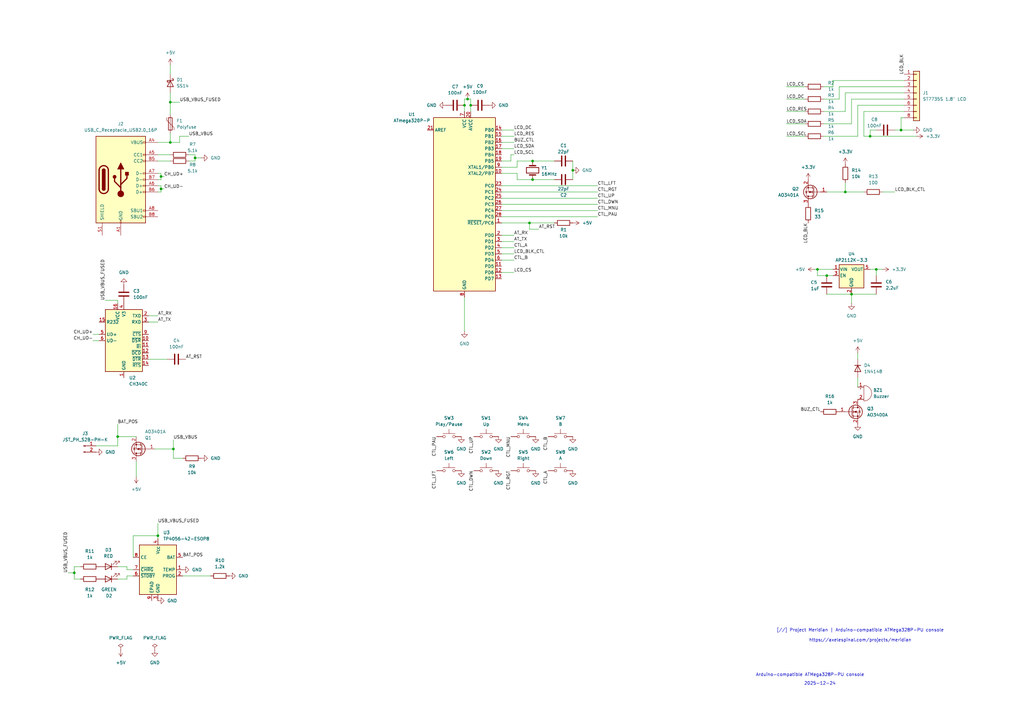
<source format=kicad_sch>
(kicad_sch (version 20250114) (generator "eeschema") (generator_version "9.0")
  (paper "A3")
  (lib_symbols
    (symbol "Battery_Management:TP4056-42-ESOP8"
      (property "Reference" "U" (at -6.604 11.684 0))
      (property "Value" "TP4056-42-ESOP8" (at 10.16 11.684 0))
      (symbol "TP4056-42-ESOP8_1_0"
        (pin input line (at -10.16 5.08 0) (length 2.54) (name "CE") (number "8"))
        (pin open_collector line (at -10.16 0 0) (length 2.54) (name "~{CHRG}") (number "7"))
        (pin open_collector line (at -10.16 -2.54 0) (length 2.54) (name "~{STDBY}") (number "6"))
        (pin passive line (at -2.54 -12.7 90) (length 2.54) (name "EPAD") (number "9"))
        (pin power_in line (at 0 12.7 270) (length 2.54) (name "V_{CC}") (number "4"))
        (pin power_in line (at 0 -12.7 90) (length 2.54) (name "GND") (number "3"))
        (pin power_out line (at 10.16 5.08 180) (length 2.54) (name "BAT") (number "5"))
        (pin input line (at 10.16 0 180) (length 2.54) (name "TEMP") (number "1"))
        (pin passive line (at 10.16 -2.54 180) (length 2.54) (name "PROG") (number "2"))
      )
    )
    (symbol "Connector:Conn_01x02_Pin" (pin_names (offset 1.016) (hide yes))
      (property "Reference" "J" (at 0 2.54 0))
      (property "Value" "Conn_01x02_Pin" (at 0 -5.08 0))
      (symbol "Conn_01x02_Pin_1_1"
        (pin passive line (at 5.08 0 180) (length 3.81) (name "Pin_1") (number "1"))
        (pin passive line (at 5.08 -2.54 180) (length 3.81) (name "Pin_2") (number "2"))
      )
    )
    (symbol "Connector:USB_C_Receptacle_USB2.0_16P" (pin_names (offset 1.016))
      (property "Reference" "J" (at 0 22.225 0))
      (property "Value" "USB_C_Receptacle_USB2.0_16P" (at 0 19.685 0))
      (symbol "USB_C_Receptacle_USB2.0_16P_1_1"
        (pin passive line (at -7.62 -22.86 90) (length 5.08) (name "SHIELD") (number "S1"))
        (pin passive line (at 0 -22.86 90) (length 5.08) (name "GND") (number "A1"))
        (pin passive line (at 0 -22.86 90) (length 5.08) (hide yes) (name "GND") (number "A12"))
        (pin passive line (at 0 -22.86 90) (length 5.08) (hide yes) (name "GND") (number "B1"))
        (pin passive line (at 0 -22.86 90) (length 5.08) (hide yes) (name "GND") (number "B12"))
        (pin passive line (at 15.24 15.24 180) (length 5.08) (name "VBUS") (number "A4"))
        (pin passive line (at 15.24 15.24 180) (length 5.08) (hide yes) (name "VBUS") (number "A9"))
        (pin passive line (at 15.24 15.24 180) (length 5.08) (hide yes) (name "VBUS") (number "B4"))
        (pin passive line (at 15.24 15.24 180) (length 5.08) (hide yes) (name "VBUS") (number "B9"))
        (pin bidirectional line (at 15.24 10.16 180) (length 5.08) (name "CC1") (number "A5"))
        (pin bidirectional line (at 15.24 7.62 180) (length 5.08) (name "CC2") (number "B5"))
        (pin bidirectional line (at 15.24 2.54 180) (length 5.08) (name "D-") (number "A7"))
        (pin bidirectional line (at 15.24 0 180) (length 5.08) (name "D-") (number "B7"))
        (pin bidirectional line (at 15.24 -2.54 180) (length 5.08) (name "D+") (number "A6"))
        (pin bidirectional line (at 15.24 -5.08 180) (length 5.08) (name "D+") (number "B6"))
        (pin bidirectional line (at 15.24 -12.7 180) (length 5.08) (name "SBU1") (number "A8"))
        (pin bidirectional line (at 15.24 -15.24 180) (length 5.08) (name "SBU2") (number "B8"))
      )
    )
    (symbol "Connector_Generic:Conn_01x08" (pin_names (offset 1.016) (hide yes))
      (property "Reference" "J" (at 0 10.16 0))
      (property "Value" "Conn_01x08" (at 0 -12.7 0))
      (symbol "Conn_01x08_1_1"
        (pin passive line (at -5.08 7.62 0) (length 3.81) (name "Pin_1") (number "1"))
        (pin passive line (at -5.08 5.08 0) (length 3.81) (name "Pin_2") (number "2"))
        (pin passive line (at -5.08 2.54 0) (length 3.81) (name "Pin_3") (number "3"))
        (pin passive line (at -5.08 0 0) (length 3.81) (name "Pin_4") (number "4"))
        (pin passive line (at -5.08 -2.54 0) (length 3.81) (name "Pin_5") (number "5"))
        (pin passive line (at -5.08 -5.08 0) (length 3.81) (name "Pin_6") (number "6"))
        (pin passive line (at -5.08 -7.62 0) (length 3.81) (name "Pin_7") (number "7"))
        (pin passive line (at -5.08 -10.16 0) (length 3.81) (name "Pin_8") (number "8"))
      )
    )
    (symbol "Device:Buzzer" (pin_names (offset 0.0254) (hide yes))
      (property "Reference" "BZ" (at 3.81 1.27 0))
      (property "Value" "Buzzer" (at 3.81 -1.27 0))
      (symbol "Buzzer_1_1"
        (pin passive line (at -2.54 2.54 0) (length 2.54) (name "+") (number "1"))
        (pin passive line (at -2.54 -2.54 0) (length 2.54) (name "-") (number "2"))
      )
    )
    (symbol "Device:C" (pin_numbers (hide yes)) (pin_names (offset 0.254))
      (property "Reference" "C" (at 0.635 2.54 0))
      (property "Value" "C" (at 0.635 -2.54 0))
      (symbol "C_1_1"
        (pin passive line (at 0 3.81 270) (length 2.794) (name "~") (number "1"))
        (pin passive line (at 0 -3.81 90) (length 2.794) (name "~") (number "2"))
      )
    )
    (symbol "Device:Crystal" (pin_numbers (hide yes)) (pin_names (offset 1.016) (hide yes))
      (property "Reference" "Y" (at 0 3.81 0))
      (property "Value" "Crystal" (at 0 -3.81 0))
      (symbol "Crystal_1_1"
        (pin passive line (at -3.81 0 0) (length 1.27) (name "1") (number "1"))
        (pin passive line (at 3.81 0 180) (length 1.27) (name "2") (number "2"))
      )
    )
    (symbol "Device:LED" (pin_numbers (hide yes)) (pin_names (offset 1.016) (hide yes))
      (property "Reference" "D" (at 0 2.54 0))
      (property "Value" "LED" (at 0 -2.54 0))
      (symbol "LED_1_1"
        (pin passive line (at -3.81 0 0) (length 2.54) (name "K") (number "1"))
        (pin passive line (at 3.81 0 180) (length 2.54) (name "A") (number "2"))
      )
    )
    (symbol "Device:Polyfuse" (pin_numbers (hide yes)) (pin_names (offset 0))
      (property "Reference" "F" (at -2.54 0 90))
      (property "Value" "Polyfuse" (at 2.54 0 90))
      (symbol "Polyfuse_1_1"
        (pin passive line (at 0 3.81 270) (length 1.27) (name "~") (number "1"))
        (pin passive line (at 0 -3.81 90) (length 1.27) (name "~") (number "2"))
      )
    )
    (symbol "Device:R" (pin_numbers (hide yes)) (pin_names (offset 0))
      (property "Reference" "R" (at 2.032 0 90))
      (property "Value" "R" (at 0 0 90))
      (symbol "R_1_1"
        (pin passive line (at 0 3.81 270) (length 1.27) (name "~") (number "1"))
        (pin passive line (at 0 -3.81 90) (length 1.27) (name "~") (number "2"))
      )
    )
    (symbol "Diode:1N4148" (pin_numbers (hide yes)) (pin_names (hide yes))
      (property "Reference" "D" (at 0 2.54 0))
      (property "Value" "1N4148" (at 0 -2.54 0))
      (symbol "1N4148_1_1"
        (pin passive line (at -3.81 0 0) (length 2.54) (name "K") (number "1"))
        (pin passive line (at 3.81 0 180) (length 2.54) (name "A") (number "2"))
      )
    )
    (symbol "Diode:SS14" (pin_numbers (hide yes)) (pin_names (offset 1.016) (hide yes))
      (property "Reference" "D" (at 0 2.54 0))
      (property "Value" "SS14" (at 0 -2.54 0))
      (symbol "SS14_1_1"
        (pin passive line (at -3.81 0 0) (length 2.54) (name "K") (number "1"))
        (pin passive line (at 3.81 0 180) (length 2.54) (name "A") (number "2"))
      )
    )
    (symbol "Interface_USB:CH340C"
      (property "Reference" "U" (at -5.08 13.97 0))
      (property "Value" "CH340C" (at 1.27 13.97 0))
      (symbol "CH340C_1_1"
        (pin input line (at -10.16 7.62 0) (length 2.54) (name "R232") (number "15"))
        (pin bidirectional line (at -10.16 2.54 0) (length 2.54) (name "UD+") (number "5"))
        (pin bidirectional line (at -10.16 0 0) (length 2.54) (name "UD-") (number "6"))
        (pin no_connect line (at -7.62 -5.08 0) (length 2.54) (hide yes) (name "NC") (number "7"))
        (pin no_connect line (at -7.62 -7.62 0) (length 2.54) (hide yes) (name "NC") (number "8"))
        (pin power_in line (at -2.54 15.24 270) (length 2.54) (name "VCC") (number "16"))
        (pin power_out line (at 0 15.24 270) (length 2.54) (name "V3") (number "4"))
        (pin power_in line (at 0 -15.24 90) (length 2.54) (name "GND") (number "1"))
        (pin output line (at 10.16 10.16 180) (length 2.54) (name "TXD") (number "2"))
        (pin input line (at 10.16 7.62 180) (length 2.54) (name "RXD") (number "3"))
        (pin input line (at 10.16 2.54 180) (length 2.54) (name "~{CTS}") (number "9"))
        (pin input line (at 10.16 0 180) (length 2.54) (name "~{DSR}") (number "10"))
        (pin input line (at 10.16 -2.54 180) (length 2.54) (name "~{RI}") (number "11"))
        (pin input line (at 10.16 -5.08 180) (length 2.54) (name "~{DCD}") (number "12"))
        (pin output line (at 10.16 -7.62 180) (length 2.54) (name "~{DTR}") (number "13"))
        (pin output line (at 10.16 -10.16 180) (length 2.54) (name "~{RTS}") (number "14"))
      )
    )
    (symbol "MCU_Microchip_ATmega:ATmega328P-P"
      (property "Reference" "U" (at -12.7 36.83 0))
      (property "Value" "ATmega328P-P" (at 2.54 -36.83 0))
      (symbol "ATmega328P-P_1_1"
        (pin passive line (at -15.24 30.48 0) (length 2.54) (name "AREF") (number "21"))
        (pin power_in line (at 0 38.1 270) (length 2.54) (name "VCC") (number "7"))
        (pin passive line (at 0 -38.1 90) (length 2.54) (hide yes) (name "GND") (number "22"))
        (pin power_in line (at 0 -38.1 90) (length 2.54) (name "GND") (number "8"))
        (pin power_in line (at 2.54 38.1 270) (length 2.54) (name "AVCC") (number "20"))
        (pin bidirectional line (at 15.24 30.48 180) (length 2.54) (name "PB0") (number "14"))
        (pin bidirectional line (at 15.24 27.94 180) (length 2.54) (name "PB1") (number "15"))
        (pin bidirectional line (at 15.24 25.4 180) (length 2.54) (name "PB2") (number "16"))
        (pin bidirectional line (at 15.24 22.86 180) (length 2.54) (name "PB3") (number "17"))
        (pin bidirectional line (at 15.24 20.32 180) (length 2.54) (name "PB4") (number "18"))
        (pin bidirectional line (at 15.24 17.78 180) (length 2.54) (name "PB5") (number "19"))
        (pin bidirectional line (at 15.24 15.24 180) (length 2.54) (name "XTAL1/PB6") (number "9"))
        (pin bidirectional line (at 15.24 12.7 180) (length 2.54) (name "XTAL2/PB7") (number "10"))
        (pin bidirectional line (at 15.24 7.62 180) (length 2.54) (name "PC0") (number "23"))
        (pin bidirectional line (at 15.24 5.08 180) (length 2.54) (name "PC1") (number "24"))
        (pin bidirectional line (at 15.24 2.54 180) (length 2.54) (name "PC2") (number "25"))
        (pin bidirectional line (at 15.24 0 180) (length 2.54) (name "PC3") (number "26"))
        (pin bidirectional line (at 15.24 -2.54 180) (length 2.54) (name "PC4") (number "27"))
        (pin bidirectional line (at 15.24 -5.08 180) (length 2.54) (name "PC5") (number "28"))
        (pin bidirectional line (at 15.24 -7.62 180) (length 2.54) (name "~{RESET}/PC6") (number "1"))
        (pin bidirectional line (at 15.24 -12.7 180) (length 2.54) (name "PD0") (number "2"))
        (pin bidirectional line (at 15.24 -15.24 180) (length 2.54) (name "PD1") (number "3"))
        (pin bidirectional line (at 15.24 -17.78 180) (length 2.54) (name "PD2") (number "4"))
        (pin bidirectional line (at 15.24 -20.32 180) (length 2.54) (name "PD3") (number "5"))
        (pin bidirectional line (at 15.24 -22.86 180) (length 2.54) (name "PD4") (number "6"))
        (pin bidirectional line (at 15.24 -25.4 180) (length 2.54) (name "PD5") (number "11"))
        (pin bidirectional line (at 15.24 -27.94 180) (length 2.54) (name "PD6") (number "12"))
        (pin bidirectional line (at 15.24 -30.48 180) (length 2.54) (name "PD7") (number "13"))
      )
    )
    (symbol "Regulator_Linear:AP2112K-3.3" (pin_names (offset 0.254))
      (property "Reference" "U" (at -5.08 5.715 0))
      (property "Value" "AP2112K-3.3" (at 0 5.715 0))
      (symbol "AP2112K-3.3_1_1"
        (pin power_in line (at -7.62 2.54 0) (length 2.54) (name "VIN") (number "1"))
        (pin input line (at -7.62 0 0) (length 2.54) (name "EN") (number "3"))
        (pin power_in line (at 0 -7.62 90) (length 2.54) (name "GND") (number "2"))
        (pin no_connect line (at 5.08 0 180) (length 2.54) (hide yes) (name "NC") (number "4"))
        (pin power_out line (at 7.62 2.54 180) (length 2.54) (name "VOUT") (number "5"))
      )
    )
    (symbol "Switch:SW_Push" (pin_numbers (hide yes)) (pin_names (offset 1.016) (hide yes))
      (property "Reference" "SW" (at 1.27 2.54 0))
      (property "Value" "SW_Push" (at 0 -1.524 0))
      (symbol "SW_Push_0_1"
        (pin passive line (at -5.08 0 0) (length 2.54) (name "1") (number "1"))
        (pin passive line (at 5.08 0 180) (length 2.54) (name "2") (number "2"))
      )
    )
    (symbol "Transistor_FET:AO3400A" (pin_names (offset 0) (hide yes))
      (property "Reference" "Q" (at 5.08 1.905 0))
      (property "Value" "AO3400A" (at 5.08 0 0))
      (symbol "AO3400A_1_1"
        (pin input line (at -5.08 0 0) (length 2.54) (name "G") (number "1"))
        (pin passive line (at 2.54 5.08 270) (length 2.54) (name "D") (number "3"))
        (pin passive line (at 2.54 -5.08 90) (length 2.54) (name "S") (number "2"))
      )
    )
    (symbol "Transistor_FET:AO3401A" (pin_names (hide yes))
      (property "Reference" "Q" (at 5.08 1.905 0))
      (property "Value" "AO3401A" (at 5.08 0 0))
      (symbol "AO3401A_1_1"
        (pin input line (at -5.08 0 0) (length 2.54) (name "G") (number "1"))
        (pin passive line (at 2.54 5.08 270) (length 2.54) (name "D") (number "3"))
        (pin passive line (at 2.54 -5.08 90) (length 2.54) (name "S") (number "2"))
      )
    )
    (symbol "power:+3.3V" (power) (pin_numbers (hide yes)) (pin_names (offset 0) (hide yes))
      (property "Value" "+3.3V" (at 0 3.556 0))
      (symbol "+3.3V_1_1"
        (pin power_in line (at 0 0 90) (length 0) (name "~") (number "1"))
      )
    )
    (symbol "power:+5V" (power) (pin_numbers (hide yes)) (pin_names (offset 0) (hide yes))
      (property "Value" "+5V" (at 0 3.556 0))
      (symbol "+5V_1_1"
        (pin power_in line (at 0 0 90) (length 0) (name "~") (number "1"))
      )
    )
    (symbol "power:GND" (power) (pin_numbers (hide yes)) (pin_names (offset 0) (hide yes))
      (property "Value" "GND" (at 0 -3.81 0))
      (symbol "GND_1_1"
        (pin power_in line (at 0 0 270) (length 0) (name "~") (number "1"))
      )
    )
    (symbol "power:PWR_FLAG" (power) (pin_numbers (hide yes)) (pin_names (offset 0) (hide yes))
      (property "Value" "PWR_FLAG" (at 0 3.81 0))
      (symbol "PWR_FLAG_0_0"
        (pin power_out line (at 0 0 90) (length 0) (name "~") (number "1"))
      )
    )
  )
  (text "Arduino-compatible ATMega328P-PU console" (at 332.232 276.86 0) (effects (font (size 1.27 1.27))))
  (text "[//] Project Meridian | Arduino-compatible ATMega328P-PU console\n \nhttps://axelespinal.com/projects/meridian" (at 352.806 260.604 0) (effects (font (size 1.27 1.27))))
  (text "2025-12-24" (at 336.296 280.416 0) (effects (font (size 1.27 1.27))))
  (junction (at 369.57 53.34))
  (junction (at 69.85 41.91))
  (junction (at 80.01 64.77))
  (junction (at 218.44 66.04))
  (junction (at 69.85 58.42))
  (junction (at 359.41 110.49))
  (junction (at 339.09 113.03))
  (junction (at 356.87 55.88))
  (junction (at 349.25 120.65))
  (junction (at 71.12 184.15))
  (junction (at 30.48 234.95))
  (junction (at 218.44 73.66))
  (junction (at 48.26 179.07))
  (junction (at 64.77 219.71))
  (junction (at 346.71 78.74))
  (junction (at 66.04 72.39))
  (junction (at 193.04 43.18))
  (junction (at 191.77 40.64))
  (junction (at 234.95 69.85))
  (junction (at 335.28 110.49))
  (junction (at 66.04 77.47))
  (junction (at 190.5 43.18))
  (junction (at 217.17 91.44))
  (wire (pts (xy 73.66 58.42) (xy 73.66 55.88)))
  (wire (pts (xy 48.26 173.99) (xy 48.26 179.07)))
  (wire (pts (xy 205.74 55.88) (xy 210.82 55.88)))
  (wire (pts (xy 205.74 78.74) (xy 245.11 78.74)))
  (wire (pts (xy 349.25 120.65) (xy 349.25 124.46)))
  (wire (pts (xy 77.47 66.04) (xy 80.01 66.04)))
  (wire (pts (xy 66.04 78.74) (xy 64.77 78.74)))
  (wire (pts (xy 205.74 106.68) (xy 210.82 106.68)))
  (wire (pts (xy 234.95 66.04) (xy 234.95 69.85)))
  (wire (pts (xy 212.09 71.12) (xy 212.09 73.66)))
  (wire (pts (xy 346.71 45.72) (xy 346.71 38.1)))
  (wire (pts (xy 205.74 58.42) (xy 210.82 58.42)))
  (wire (pts (xy 351.79 55.88) (xy 351.79 43.18)))
  (wire (pts (xy 66.04 77.47) (xy 66.04 78.74)))
  (wire (pts (xy 66.04 76.2) (xy 66.04 77.47)))
  (wire (pts (xy 64.77 71.12) (xy 66.04 71.12)))
  (wire (pts (xy 356.87 55.88) (xy 356.87 53.34)))
  (wire (pts (xy 374.65 53.34) (xy 369.57 53.34)))
  (wire (pts (xy 80.01 64.77) (xy 80.01 66.04)))
  (wire (pts (xy 74.93 236.22) (xy 86.36 236.22)))
  (wire (pts (xy 212.09 68.58) (xy 212.09 66.04)))
  (wire (pts (xy 205.74 66.04) (xy 209.55 66.04)))
  (wire (pts (xy 48.26 237.49) (xy 52.07 237.49)))
  (wire (pts (xy 346.71 38.1) (xy 370.84 38.1)))
  (wire (pts (xy 64.77 66.04) (xy 69.85 66.04)))
  (wire (pts (xy 218.44 73.66) (xy 227.33 73.66)))
  (wire (pts (xy 71.12 187.96) (xy 74.93 187.96)))
  (wire (pts (xy 354.33 45.72) (xy 370.84 45.72)))
  (wire (pts (xy 69.85 41.91) (xy 73.66 41.91)))
  (wire (pts (xy 351.79 43.18) (xy 370.84 43.18)))
  (wire (pts (xy 322.58 35.56) (xy 330.2 35.56)))
  (wire (pts (xy 337.82 35.56) (xy 341.63 35.56)))
  (wire (pts (xy 48.26 179.07) (xy 55.88 179.07)))
  (wire (pts (xy 60.96 132.08) (xy 64.77 132.08)))
  (wire (pts (xy 52.07 232.41) (xy 52.07 233.68)))
  (wire (pts (xy 64.77 58.42) (xy 69.85 58.42)))
  (wire (pts (xy 77.47 63.5) (xy 80.01 63.5)))
  (wire (pts (xy 69.85 26.67) (xy 69.85 30.48)))
  (wire (pts (xy 354.33 55.88) (xy 354.33 45.72)))
  (wire (pts (xy 361.95 110.49) (xy 359.41 110.49)))
  (wire (pts (xy 349.25 40.64) (xy 370.84 40.64)))
  (wire (pts (xy 344.17 35.56) (xy 370.84 35.56)))
  (wire (pts (xy 30.48 237.49) (xy 33.02 237.49)))
  (wire (pts (xy 351.79 154.94) (xy 351.79 158.75)))
  (wire (pts (xy 346.71 74.93) (xy 346.71 78.74)))
  (wire (pts (xy 80.01 63.5) (xy 80.01 64.77)))
  (wire (pts (xy 369.57 53.34) (xy 367.03 53.34)))
  (wire (pts (xy 322.58 50.8) (xy 330.2 50.8)))
  (wire (pts (xy 337.82 45.72) (xy 346.71 45.72)))
  (wire (pts (xy 359.41 110.49) (xy 356.87 110.49)))
  (wire (pts (xy 205.74 104.14) (xy 210.82 104.14)))
  (wire (pts (xy 322.58 40.64) (xy 330.2 40.64)))
  (wire (pts (xy 52.07 233.68) (xy 54.61 233.68)))
  (wire (pts (xy 356.87 55.88) (xy 354.33 55.88)))
  (wire (pts (xy 64.77 214.63) (xy 64.77 219.71)))
  (wire (pts (xy 344.17 40.64) (xy 344.17 35.56)))
  (wire (pts (xy 38.1 137.16) (xy 40.64 137.16)))
  (wire (pts (xy 322.58 45.72) (xy 330.2 45.72)))
  (wire (pts (xy 210.82 96.52) (xy 205.74 96.52)))
  (wire (pts (xy 205.74 53.34) (xy 210.82 53.34)))
  (wire (pts (xy 30.48 232.41) (xy 30.48 234.95)))
  (wire (pts (xy 337.82 40.64) (xy 344.17 40.64)))
  (wire (pts (xy 33.02 232.41) (xy 30.48 232.41)))
  (wire (pts (xy 60.96 129.54) (xy 64.77 129.54)))
  (wire (pts (xy 217.17 91.44) (xy 217.17 93.98)))
  (wire (pts (xy 69.85 54.61) (xy 69.85 58.42)))
  (wire (pts (xy 69.85 41.91) (xy 69.85 46.99)))
  (wire (pts (xy 205.74 111.76) (xy 210.82 111.76)))
  (wire (pts (xy 346.71 78.74) (xy 354.33 78.74)))
  (wire (pts (xy 190.5 43.18) (xy 190.5 40.64)))
  (wire (pts (xy 205.74 60.96) (xy 210.82 60.96)))
  (wire (pts (xy 71.12 180.34) (xy 71.12 184.15)))
  (wire (pts (xy 191.77 40.64) (xy 193.04 40.64)))
  (wire (pts (xy 205.74 71.12) (xy 212.09 71.12)))
  (wire (pts (xy 209.55 66.04) (xy 209.55 63.5)))
  (wire (pts (xy 205.74 101.6) (xy 210.82 101.6)))
  (wire (pts (xy 337.82 50.8) (xy 349.25 50.8)))
  (wire (pts (xy 218.44 66.04) (xy 227.33 66.04)))
  (wire (pts (xy 52.07 236.22) (xy 54.61 236.22)))
  (wire (pts (xy 66.04 71.12) (xy 66.04 72.39)))
  (wire (pts (xy 356.87 53.34) (xy 359.41 53.34)))
  (wire (pts (xy 370.84 48.26) (xy 369.57 48.26)))
  (wire (pts (xy 30.48 234.95) (xy 30.48 237.49)))
  (wire (pts (xy 64.77 63.5) (xy 69.85 63.5)))
  (wire (pts (xy 335.28 110.49) (xy 335.28 113.03)))
  (wire (pts (xy 52.07 236.22) (xy 52.07 237.49)))
  (wire (pts (xy 64.77 219.71) (xy 64.77 220.98)))
  (wire (pts (xy 66.04 73.66) (xy 64.77 73.66)))
  (wire (pts (xy 55.88 189.23) (xy 55.88 195.58)))
  (wire (pts (xy 209.55 63.5) (xy 210.82 63.5)))
  (wire (pts (xy 217.17 91.44) (xy 227.33 91.44)))
  (wire (pts (xy 359.41 110.49) (xy 359.41 113.03)))
  (wire (pts (xy 66.04 77.47) (xy 67.31 77.47)))
  (wire (pts (xy 337.82 55.88) (xy 351.79 55.88)))
  (wire (pts (xy 66.04 72.39) (xy 66.04 73.66)))
  (wire (pts (xy 73.66 55.88) (xy 77.47 55.88)))
  (wire (pts (xy 190.5 40.64) (xy 191.77 40.64)))
  (wire (pts (xy 205.74 99.06) (xy 210.82 99.06)))
  (wire (pts (xy 205.74 68.58) (xy 212.09 68.58)))
  (wire (pts (xy 339.09 120.65) (xy 349.25 120.65)))
  (wire (pts (xy 71.12 184.15) (xy 71.12 187.96)))
  (wire (pts (xy 38.1 139.7) (xy 40.64 139.7)))
  (wire (pts (xy 69.85 38.1) (xy 69.85 41.91)))
  (wire (pts (xy 27.94 234.95) (xy 30.48 234.95)))
  (wire (pts (xy 205.74 81.28) (xy 245.11 81.28)))
  (wire (pts (xy 63.5 184.15) (xy 71.12 184.15)))
  (wire (pts (xy 80.01 64.77) (xy 82.55 64.77)))
  (wire (pts (xy 205.74 83.82) (xy 245.11 83.82)))
  (wire (pts (xy 66.04 72.39) (xy 67.31 72.39)))
  (wire (pts (xy 190.5 121.92) (xy 190.5 135.89)))
  (wire (pts (xy 205.74 91.44) (xy 217.17 91.44)))
  (wire (pts (xy 205.74 88.9) (xy 245.11 88.9)))
  (wire (pts (xy 217.17 93.98) (xy 220.98 93.98)))
  (wire (pts (xy 341.63 33.02) (xy 370.84 33.02)))
  (wire (pts (xy 335.28 110.49) (xy 341.63 110.49)))
  (wire (pts (xy 341.63 113.03) (xy 339.09 113.03)))
  (wire (pts (xy 54.61 219.71) (xy 54.61 228.6)))
  (wire (pts (xy 60.96 147.32) (xy 68.58 147.32)))
  (wire (pts (xy 54.61 219.71) (xy 64.77 219.71)))
  (wire (pts (xy 190.5 45.72) (xy 190.5 43.18)))
  (wire (pts (xy 351.79 144.78) (xy 351.79 147.32)))
  (wire (pts (xy 205.74 86.36) (xy 245.11 86.36)))
  (wire (pts (xy 339.09 113.03) (xy 335.28 113.03)))
  (wire (pts (xy 341.63 35.56) (xy 341.63 33.02)))
  (wire (pts (xy 193.04 43.18) (xy 193.04 40.64)))
  (wire (pts (xy 69.85 58.42) (xy 73.66 58.42)))
  (wire (pts (xy 349.25 120.65) (xy 359.41 120.65)))
  (wire (pts (xy 48.26 182.88) (xy 48.26 179.07)))
  (wire (pts (xy 369.57 48.26) (xy 369.57 53.34)))
  (wire (pts (xy 193.04 45.72) (xy 193.04 43.18)))
  (wire (pts (xy 349.25 50.8) (xy 349.25 40.64)))
  (wire (pts (xy 375.92 55.88) (xy 356.87 55.88)))
  (wire (pts (xy 43.18 123.19) (xy 48.26 123.19)))
  (wire (pts (xy 361.95 78.74) (xy 367.03 78.74)))
  (wire (pts (xy 205.74 76.2) (xy 245.11 76.2)))
  (wire (pts (xy 322.58 55.88) (xy 330.2 55.88)))
  (wire (pts (xy 339.09 78.74) (xy 346.71 78.74)))
  (wire (pts (xy 212.09 66.04) (xy 218.44 66.04)))
  (wire (pts (xy 334.01 110.49) (xy 335.28 110.49)))
  (wire (pts (xy 64.77 76.2) (xy 66.04 76.2)))
  (wire (pts (xy 48.26 232.41) (xy 52.07 232.41)))
  (wire (pts (xy 234.95 69.85) (xy 234.95 73.66)))
  (wire (pts (xy 39.37 182.88) (xy 48.26 182.88)))
  (wire (pts (xy 212.09 73.66) (xy 218.44 73.66)))
  (wire (pts (xy 48.26 124.46) (xy 48.26 123.19)))
  (label "CTL_PAU" (at 245.11 88.9 0))
  (label "USB_VBUS_FUSED" (at 27.94 234.95 90))
  (label "LCD_CS" (at 322.58 35.56 0))
  (label "CTL_RGT" (at 245.11 78.74 0))
  (label "CTL_B" (at 224.79 179.07 270))
  (label "CTL_UP" (at 245.11 81.28 0))
  (label "CTL_B" (at 210.82 106.68 0))
  (label "CTL_A" (at 224.79 193.04 270))
  (label "AT_TX" (at 210.82 99.06 0))
  (label "AT_RX" (at 210.82 96.52 0))
  (label "CTL_RGT" (at 209.55 193.04 270))
  (label "USB_VBUS_FUSED" (at 73.66 41.91 0))
  (label "CTL_UP" (at 194.31 179.07 270))
  (label "BUZ_CTL" (at 210.82 58.42 0))
  (label "CTL_DWN" (at 245.11 83.82 0))
  (label "BUZ_CTL" (at 336.55 168.91 180))
  (label "BAT_POS" (at 48.26 173.99 0))
  (label "LCD_RES" (at 322.58 45.72 0))
  (label "AT_TX" (at 64.77 132.08 0))
  (label "AT_RX" (at 64.77 129.54 0))
  (label "CH_UD-" (at 67.31 77.47 0))
  (label "LCD_RES" (at 210.82 55.88 0))
  (label "CTL_A" (at 210.82 101.6 0))
  (label "CTL_LFT" (at 179.07 193.04 270))
  (label "LCD_BLK_CTL" (at 367.03 78.74 0))
  (label "USB_VBUS_FUSED" (at 64.77 214.63 0))
  (label "LCD_DC" (at 322.58 40.64 0))
  (label "CH_UD+" (at 67.31 72.39 0))
  (label "LCD_BLK" (at 331.47 91.44 270))
  (label "CTL_PAU" (at 179.07 179.07 270))
  (label "AT_RST" (at 220.98 93.98 0))
  (label "CH_UD-" (at 38.1 139.7 180))
  (label "LCD_SCL" (at 322.58 55.88 0))
  (label "BAT_POS" (at 74.93 228.6 0))
  (label "USB_VBUS" (at 77.47 55.88 0))
  (label "CTL_MNU" (at 245.11 86.36 0))
  (label "AT_RST" (at 76.2 147.32 0))
  (label "LCD_BLK" (at 370.84 30.48 90))
  (label "" (at 245.11 76.2 0))
  (label "USB_VBUS" (at 71.12 180.34 0))
  (label "CH_UD+" (at 38.1 137.16 180))
  (label "CTL_LFT" (at 245.11 76.2 0))
  (label "CTL_MNU" (at 209.55 179.07 270))
  (label "LCD_BLK_CTL" (at 210.82 104.14 0))
  (label "LCD_DC" (at 210.82 53.34 0))
  (label "CTL_DWN" (at 194.31 193.04 270))
  (label "LCD_CS" (at 210.82 111.76 0))
  (label "LCD_SCL" (at 210.82 63.5 0))
  (label "LCD_SDA" (at 210.82 60.96 0))
  (label "LCD_SDA" (at 322.58 50.8 0))
  (label "USB_VBUS_FUSED" (at 43.18 123.19 90))
  (symbol (lib_id "Device:LED") (at 44.45 237.49 180) (unit 1)
    (property "Reference" "D2" (at 44.704 244.348 0))
    (property "Value" "GREEN" (at 44.704 241.808 0))
    (property "Description" "Light emitting diode" (effects (hide yes)))
    (property "Sim.Pins" "1=K 2=A" (effects (hide yes)))
  )
  (symbol (lib_id "Switch:SW_Push") (at 229.87 179.07 0) (unit 1)
    (property "Reference" "SW7" (at 229.87 171.45 0))
    (property "Value" "B" (at 229.87 173.99 0))
    (property "Footprint" "Button_Switch_THT:SW_PUSH_6mm" (effects (hide yes)))
    (property "Description" "Push button switch, generic, two pins" (effects (hide yes)))
  )
  (symbol (lib_id "Device:C") (at 186.69 43.18 90) (unit 1)
    (property "Reference" "C7" (at 186.69 35.56 90))
    (property "Value" "100nF" (at 186.69 38.1 90))
    (property "Description" "Unpolarized capacitor" (effects (hide yes)))
  )
  (symbol (lib_id "power:GND") (at 234.95 69.85 90) (unit 1)
    (property "Reference" "#PWR06" (effects (hide yes)))
    (property "Value" "GND" (at 238.76 69.8499 90) (effects (justify right)))
    (property "Description" "Power symbol creates a global label with name \"GND\" , ground" (effects (hide yes)))
  )
  (symbol (lib_id "power:GND") (at 219.71 179.07 0) (unit 1)
    (property "Reference" "#PWR011" (effects (hide yes)))
    (property "Value" "GND" (at 219.71 184.15 0))
    (property "Description" "Power symbol creates a global label with name \"GND\" , ground" (effects (hide yes)))
  )
  (symbol (lib_id "power:GND") (at 234.95 193.04 0) (unit 1)
    (property "Reference" "#PWR027" (effects (hide yes)))
    (property "Value" "GND" (at 234.95 198.12 0))
    (property "Description" "Power symbol creates a global label with name \"GND\" , ground" (effects (hide yes)))
  )
  (symbol (lib_id "Switch:SW_Push") (at 199.39 179.07 0) (unit 1)
    (property "Reference" "SW1" (at 199.39 171.45 0))
    (property "Value" "Up" (at 199.39 173.99 0))
    (property "Footprint" "Button_Switch_THT:SW_PUSH_6mm" (effects (hide yes)))
    (property "Description" "Push button switch, generic, two pins" (effects (hide yes)))
  )
  (symbol (lib_id "Device:C") (at 196.85 43.18 270) (unit 1)
    (property "Reference" "C9" (at 196.85 35.306 90))
    (property "Value" "100nF" (at 196.85 37.846 90))
    (property "Description" "Unpolarized capacitor" (effects (hide yes)))
  )
  (symbol (lib_id "Regulator_Linear:AP2112K-3.3") (at 349.25 113.03 0) (unit 1)
    (property "Reference" "U4" (at 349.25 104.14 0))
    (property "Value" "AP2112K-3.3" (at 349.25 106.68 0))
    (property "Footprint" "Package_TO_SOT_SMD:SOT-23-5" (effects (hide yes)))
    (property "Datasheet" "https://www.diodes.com/assets/Datasheets/AP2112.pdf" (effects (hide yes)))
    (property "Description" "600mA low dropout linear regulator, with enable pin, 3.8V-6V input voltage range, 3.3V fixed positive output, SOT-23-5" (effects (hide yes)))
  )
  (symbol (lib_id "power:GND") (at 189.23 193.04 0) (unit 1)
    (property "Reference" "#PWR07" (effects (hide yes)))
    (property "Value" "GND" (at 189.23 198.12 0))
    (property "Description" "Power symbol creates a global label with name \"GND\" , ground" (effects (hide yes)))
  )
  (symbol (lib_id "power:+5V") (at 334.01 110.49 90) (unit 1)
    (property "Reference" "#PWR018" (effects (hide yes)))
    (property "Value" "+5V" (at 330.2 110.4899 90) (effects (justify left)))
    (property "Description" "Power symbol creates a global label with name \"+5V\"" (effects (hide yes)))
  )
  (symbol (lib_id "power:GND") (at 189.23 179.07 0) (unit 1)
    (property "Reference" "#PWR04" (effects (hide yes)))
    (property "Value" "GND" (at 189.23 184.15 0))
    (property "Description" "Power symbol creates a global label with name \"GND\" , ground" (effects (hide yes)))
  )
  (symbol (lib_id "power:+5V") (at 55.88 195.58 180) (unit 1)
    (property "Reference" "#PWR025" (effects (hide yes)))
    (property "Value" "+5V" (at 55.88 200.66 0))
    (property "Description" "Power symbol creates a global label with name \"+5V\"" (effects (hide yes)))
  )
  (symbol (lib_id "power:GND") (at 190.5 135.89 0) (unit 1)
    (property "Reference" "#PWR01" (effects (hide yes)))
    (property "Value" "GND" (at 190.5 140.97 0))
    (property "Description" "Power symbol creates a global label with name \"GND\" , ground" (effects (hide yes)))
  )
  (symbol (lib_id "Device:Crystal") (at 218.44 69.85 90) (unit 1)
    (property "Reference" "Y1" (at 221.996 68.834 90) (effects (justify right)))
    (property "Value" "16MHz" (at 221.996 71.374 90) (effects (justify right)))
    (property "Footprint" "Crystal:Crystal_HC49-4H_Vertical" (effects (hide yes)))
    (property "Description" "Two pin crystal" (effects (hide yes)))
  )
  (symbol (lib_id "Device:C") (at 72.39 147.32 90) (unit 1)
    (property "Reference" "C4" (at 72.39 139.7 90))
    (property "Value" "100nF" (at 72.39 142.24 90))
    (property "Description" "Unpolarized capacitor" (effects (hide yes)))
  )
  (symbol (lib_id "power:GND") (at 219.71 193.04 0) (unit 1)
    (property "Reference" "#PWR010" (effects (hide yes)))
    (property "Value" "GND" (at 219.71 198.12 0))
    (property "Description" "Power symbol creates a global label with name \"GND\" , ground" (effects (hide yes)))
  )
  (symbol (lib_id "MCU_Microchip_ATmega:ATmega328P-P") (at 190.5 83.82 0) (unit 1)
    (property "Reference" "U1" (at 168.91 46.9198 0))
    (property "Value" "ATmega328P-P" (at 168.91 49.4598 0))
    (property "Footprint" "Package_DIP:DIP-28_W7.62mm" (effects (hide yes)))
    (property "Datasheet" "http://ww1.microchip.com/downloads/en/DeviceDoc/ATmega328_P%20AVR%20MCU%20with%20picoPower%20Technology%20Data%20Sheet%2040001984A.pdf" (effects (hide yes)))
    (property "Description" "20MHz, 32kB Flash, 2kB SRAM, 1kB EEPROM, DIP-28" (effects (hide yes)))
  )
  (symbol (lib_id "Device:R") (at 334.01 45.72 90) (unit 1)
    (property "Reference" "R4" (at 340.868 44.196 90))
    (property "Value" "1k" (at 340.868 46.736 90))
    (property "Footprint" "Resistor_THT:R_Axial_DIN0207_L6.3mm_D2.5mm_P10.16mm_Horizontal" (effects (hide yes)))
    (property "Description" "Resistor" (effects (hide yes)))
  )
  (symbol (lib_id "power:+3.3V") (at 346.71 67.31 0) (unit 1)
    (property "Reference" "#PWR028" (effects (hide yes)))
    (property "Value" "+3.3V" (at 346.71 62.23 0))
    (property "Description" "Power symbol creates a global label with name \"+3.3V\"" (effects (hide yes)))
  )
  (symbol (lib_id "Device:R") (at 346.71 71.12 0) (unit 1)
    (property "Reference" "R14" (at 349.25 69.8499 0) (effects (justify left)))
    (property "Value" "10k" (at 349.25 72.3899 0) (effects (justify left)))
    (property "Description" "Resistor" (effects (hide yes)))
  )
  (symbol (lib_id "Device:R") (at 331.47 87.63 0) (unit 1)
    (property "Reference" "R15" (at 334.01 86.3599 0) (effects (justify left)))
    (property "Value" "33" (at 334.01 88.8999 0) (effects (justify left)))
    (property "Description" "Resistor" (effects (hide yes)))
  )
  (symbol (lib_id "power:GND") (at 349.25 124.46 0) (unit 1)
    (property "Reference" "#PWR023" (effects (hide yes)))
    (property "Value" "GND" (at 349.25 129.54 0))
    (property "Description" "Power symbol creates a global label with name \"GND\" , ground" (effects (hide yes)))
  )
  (symbol (lib_id "Device:R") (at 36.83 232.41 90) (unit 1)
    (property "Reference" "R11" (at 36.83 226.06 90))
    (property "Value" "1k" (at 36.83 228.6 90))
    (property "Description" "Resistor" (effects (hide yes)))
  )
  (symbol (lib_id "power:+3.3V") (at 331.47 73.66 0) (unit 1)
    (property "Reference" "#PWR022" (effects (hide yes)))
    (property "Value" "+3.3V" (at 331.47 68.58 0))
    (property "Description" "Power symbol creates a global label with name \"+3.3V\"" (effects (hide yes)))
  )
  (symbol (lib_id "Device:R") (at 73.66 66.04 270) (unit 1)
    (property "Reference" "R8" (at 78.994 67.564 90))
    (property "Value" "5.1k" (at 78.994 70.104 90))
    (property "Description" "Resistor" (effects (hide yes)))
  )
  (symbol (lib_id "Device:R") (at 90.17 236.22 90) (unit 1)
    (property "Reference" "R10" (at 90.17 229.87 90))
    (property "Value" "1.2k" (at 90.17 232.41 90))
    (property "Description" "Resistor" (effects (hide yes)))
  )
  (symbol (lib_id "Transistor_FET:AO3400A") (at 334.01 78.74 180) (unit 1)
    (property "Reference" "Q2" (at 327.66 77.4699 0) (effects (justify left)))
    (property "Value" "AO3401A" (at 327.66 80.0099 0) (effects (justify left)))
    (property "Footprint" "Package_TO_SOT_SMD:SOT-23" (effects (hide yes)))
    (property "Datasheet" "http://www.aosmd.com/pdfs/datasheet/AO3400A.pdf" (effects (hide yes)))
    (property "Description" "30V Vds, 5.7A Id, N-Channel MOSFET, SOT-23" (effects (hide yes)))
  )
  (symbol (lib_id "Device:LED") (at 44.45 232.41 180) (unit 1)
    (property "Reference" "D3" (at 44.45 225.552 0))
    (property "Value" "RED" (at 44.45 228.092 0))
    (property "Description" "Light emitting diode" (effects (hide yes)))
    (property "Sim.Pins" "1=K 2=A" (effects (hide yes)))
  )
  (symbol (lib_id "power:GND") (at 374.65 53.34 90) (unit 1)
    (property "Reference" "#PWR032" (effects (hide yes)))
    (property "Value" "GND" (at 378.46 53.3399 90) (effects (justify right)))
    (property "Description" "Power symbol creates a global label with name \"GND\" , ground" (effects (hide yes)))
  )
  (symbol (lib_id "power:GND") (at 204.47 179.07 0) (unit 1)
    (property "Reference" "#PWR08" (effects (hide yes)))
    (property "Value" "GND" (at 204.47 184.15 0))
    (property "Description" "Power symbol creates a global label with name \"GND\" , ground" (effects (hide yes)))
  )
  (symbol (lib_id "Connector:Conn_01x02_Pin") (at 34.29 182.88 0) (unit 1)
    (property "Reference" "J3" (at 34.925 177.8 0))
    (property "Value" "JST_PH_S2B-PH-K" (at 34.925 180.34 0))
    (property "Description" "Generic connector, single row, 01x02, script generated" (effects (hide yes)))
  )
  (symbol (lib_id "Diode:1N4148") (at 351.79 151.13 270) (unit 1)
    (property "Reference" "D4" (at 354.33 149.8599 90) (effects (justify left)))
    (property "Value" "1N4148" (at 354.33 152.3999 90) (effects (justify left)))
    (property "Footprint" "Diode_THT:D_DO-35_SOD27_P7.62mm_Horizontal" (effects (hide yes)))
    (property "Datasheet" "https://assets.nexperia.com/documents/data-sheet/1N4148_1N4448.pdf" (effects (hide yes)))
    (property "Description" "100V 0.15A standard switching diode, DO-35" (effects (hide yes)))
    (property "Sim.Device" "D" (effects (hide yes)))
    (property "Sim.Pins" "1=K 2=A" (effects (hide yes)))
  )
  (symbol (lib_id "Switch:SW_Push") (at 184.15 193.04 0) (unit 1)
    (property "Reference" "SW6" (at 184.15 185.42 0))
    (property "Value" "Left" (at 184.15 187.96 0))
    (property "Footprint" "Button_Switch_THT:SW_PUSH_6mm" (effects (hide yes)))
    (property "Description" "Push button switch, generic, two pins" (effects (hide yes)))
  )
  (symbol (lib_id "Switch:SW_Push") (at 229.87 193.04 0) (unit 1)
    (property "Reference" "SW8" (at 229.87 185.42 0))
    (property "Value" "A" (at 229.87 187.96 0))
    (property "Footprint" "Button_Switch_THT:SW_PUSH_6mm" (effects (hide yes)))
    (property "Description" "Push button switch, generic, two pins" (effects (hide yes)))
  )
  (symbol (lib_id "Device:C") (at 231.14 66.04 90) (unit 1)
    (property "Reference" "C1" (at 231.14 59.69 90))
    (property "Value" "22pF" (at 231.14 62.23 90))
    (property "Footprint" "Capacitor_THT:C_Disc_D5.0mm_W2.5mm_P2.50mm" (effects (hide yes)))
    (property "Description" "Unpolarized capacitor" (effects (hide yes)))
  )
  (symbol (lib_id "Device:R") (at 334.01 35.56 90) (unit 1)
    (property "Reference" "R2" (at 340.868 34.036 90))
    (property "Value" "1k" (at 340.868 36.576 90))
    (property "Footprint" "Resistor_THT:R_Axial_DIN0207_L6.3mm_D2.5mm_P10.16mm_Horizontal" (effects (hide yes)))
    (property "Description" "Resistor" (effects (hide yes)))
  )
  (symbol (lib_id "Interface_USB:CH340C") (at 50.8 139.7 0) (unit 1)
    (property "Reference" "U2" (at 52.9433 154.94 0) (effects (justify left)))
    (property "Value" "CH340C" (at 52.9433 157.48 0) (effects (justify left)))
    (property "Footprint" "Package_SO:SOIC-16_3.9x9.9mm_P1.27mm" (effects (hide yes)))
    (property "Datasheet" "https://datasheet.lcsc.com/szlcsc/Jiangsu-Qin-Heng-CH340C_C84681.pdf" (effects (hide yes)))
    (property "Description" "USB serial converter, crystal-less, UART, SOIC-16" (effects (hide yes)))
  )
  (symbol (lib_id "power:GND") (at 93.98 236.22 90) (unit 1)
    (property "Reference" "#PWR021" (effects (hide yes)))
    (property "Value" "GND" (at 97.79 236.2199 90) (effects (justify right)))
    (property "Description" "Power symbol creates a global label with name \"GND\" , ground" (effects (hide yes)))
  )
  (symbol (lib_id "power:GND") (at 200.66 43.18 90) (unit 1)
    (property "Reference" "#PWR013" (effects (hide yes)))
    (property "Value" "GND" (at 204.47 43.1801 90) (effects (justify right)))
    (property "Description" "Power symbol creates a global label with name \"GND\" , ground" (effects (hide yes)))
  )
  (symbol (lib_id "power:PWR_FLAG") (at 49.53 266.7 0) (unit 1)
    (property "Reference" "#FLG01" (effects (hide yes)))
    (property "Value" "PWR_FLAG" (at 49.53 261.62 0))
    (property "Description" "Special symbol for telling ERC where power comes from" (effects (hide yes)))
  )
  (symbol (lib_id "Device:R") (at 334.01 50.8 90) (unit 1)
    (property "Reference" "R5" (at 340.868 49.276 90))
    (property "Value" "1k" (at 340.868 51.816 90))
    (property "Footprint" "Resistor_THT:R_Axial_DIN0207_L6.3mm_D2.5mm_P10.16mm_Horizontal" (effects (hide yes)))
    (property "Description" "Resistor" (effects (hide yes)))
  )
  (symbol (lib_id "power:+5V") (at 69.85 26.67 0) (unit 1)
    (property "Reference" "#PWR016" (effects (hide yes)))
    (property "Value" "+5V" (at 69.85 21.59 0))
    (property "Description" "Power symbol creates a global label with name \"+5V\"" (effects (hide yes)))
  )
  (symbol (lib_id "power:GND") (at 74.93 233.68 90) (unit 1)
    (property "Reference" "#PWR019" (effects (hide yes)))
    (property "Value" "GND" (at 78.74 233.6799 90) (effects (justify right)))
    (property "Description" "Power symbol creates a global label with name \"GND\" , ground" (effects (hide yes)))
  )
  (symbol (lib_id "Connector_Generic:Conn_01x08") (at 375.92 38.1 0) (unit 1)
    (property "Reference" "J1" (at 378.46 38.0999 0) (effects (justify left)))
    (property "Value" "ST7735S 1.8\" LCD" (at 378.46 40.6399 0) (effects (justify left)))
    (property "Footprint" "Connector_PinHeader_2.54mm:PinHeader_1x08_P2.54mm_Vertical" (effects (hide yes)))
    (property "Description" "Generic connector, single row, 01x08, script generated (kicad-library-utils/schlib/autogen/connector/)" (effects (hide yes)))
  )
  (symbol (lib_id "power:GND") (at 82.55 187.96 90) (unit 1)
    (property "Reference" "#PWR017" (effects (hide yes)))
    (property "Value" "GND" (at 86.36 187.9599 90) (effects (justify right)))
    (property "Description" "Power symbol creates a global label with name \"GND\" , ground" (effects (hide yes)))
  )
  (symbol (lib_id "Device:R") (at 358.14 78.74 90) (unit 1)
    (property "Reference" "R13" (at 358.14 72.39 90))
    (property "Value" "100" (at 358.14 74.93 90))
    (property "Description" "Resistor" (effects (hide yes)))
  )
  (symbol (lib_id "power:PWR_FLAG") (at 63.5 266.7 0) (unit 1)
    (property "Reference" "#FLG02" (effects (hide yes)))
    (property "Value" "PWR_FLAG" (at 63.5 261.62 0))
    (property "Description" "Special symbol for telling ERC where power comes from" (effects (hide yes)))
  )
  (symbol (lib_id "power:GND") (at 63.5 266.7 0) (unit 1)
    (property "Reference" "#PWR034" (effects (hide yes)))
    (property "Value" "GND" (at 63.5 271.78 0))
    (property "Description" "Power symbol creates a global label with name \"GND\" , ground" (effects (hide yes)))
  )
  (symbol (lib_id "Switch:SW_Push") (at 184.15 179.07 0) (unit 1)
    (property "Reference" "SW3" (at 184.15 171.45 0))
    (property "Value" "Play/Pause" (at 184.15 173.99 0))
    (property "Footprint" "Button_Switch_THT:SW_PUSH_6mm" (effects (hide yes)))
    (property "Description" "Push button switch, generic, two pins" (effects (hide yes)))
  )
  (symbol (lib_id "Device:R") (at 334.01 55.88 90) (unit 1)
    (property "Reference" "R6" (at 340.868 54.356 90))
    (property "Value" "1k" (at 340.868 56.896 90))
    (property "Footprint" "Resistor_THT:R_Axial_DIN0207_L6.3mm_D2.5mm_P10.16mm_Horizontal" (effects (hide yes)))
    (property "Description" "Resistor" (effects (hide yes)))
  )
  (symbol (lib_id "power:GND") (at 204.47 193.04 0) (unit 1)
    (property "Reference" "#PWR09" (effects (hide yes)))
    (property "Value" "GND" (at 204.47 198.12 0))
    (property "Description" "Power symbol creates a global label with name \"GND\" , ground" (effects (hide yes)))
  )
  (symbol (lib_id "power:+5V") (at 191.77 40.64 0) (unit 1)
    (property "Reference" "#PWR02" (effects (hide yes)))
    (property "Value" "+5V" (at 191.77 35.56 0))
    (property "Description" "Power symbol creates a global label with name \"+5V\"" (effects (hide yes)))
  )
  (symbol (lib_id "Device:R") (at 340.36 168.91 90) (unit 1)
    (property "Reference" "R16" (at 340.36 162.56 90))
    (property "Value" "1k" (at 340.36 165.1 90))
    (property "Description" "Resistor" (effects (hide yes)))
  )
  (symbol (lib_id "Device:C") (at 50.8 120.65 0) (unit 1)
    (property "Reference" "C3" (at 54.61 119.3799 0) (effects (justify left)))
    (property "Value" "100nF" (at 54.61 121.9199 0) (effects (justify left)))
    (property "Description" "Unpolarized capacitor" (effects (hide yes)))
  )
  (symbol (lib_id "power:GND") (at 351.79 173.99 0) (unit 1)
    (property "Reference" "#PWR030" (effects (hide yes)))
    (property "Value" "GND" (at 351.79 179.07 0))
    (property "Description" "Power symbol creates a global label with name \"GND\" , ground" (effects (hide yes)))
  )
  (symbol (lib_id "Diode:SS14") (at 69.85 34.29 270) (unit 1)
    (property "Reference" "D1" (at 72.39 32.7024 90) (effects (justify left)))
    (property "Value" "SS14" (at 72.39 35.2424 90) (effects (justify left)))
    (property "Footprint" "Diode_SMD:D_SMA" (effects (hide yes)))
    (property "Datasheet" "https://www.vishay.com/docs/88746/ss12.pdf" (effects (hide yes)))
    (property "Description" "40V 1A Schottky Diode, SMA" (effects (hide yes)))
  )
  (symbol (lib_id "Device:R") (at 36.83 237.49 90) (unit 1)
    (property "Reference" "R12" (at 36.83 241.808 90))
    (property "Value" "1k" (at 36.83 244.348 90))
    (property "Description" "Resistor" (effects (hide yes)))
  )
  (symbol (lib_id "Device:R") (at 78.74 187.96 90) (unit 1)
    (property "Reference" "R9" (at 78.74 191.262 90))
    (property "Value" "10k" (at 78.74 193.802 90))
    (property "Description" "Resistor" (effects (hide yes)))
  )
  (symbol (lib_id "Device:C") (at 363.22 53.34 90) (unit 1)
    (property "Reference" "C8" (at 358.648 49.022 90))
    (property "Value" "100nF" (at 358.648 51.562 90))
    (property "Description" "Unpolarized capacitor" (effects (hide yes)))
  )
  (symbol (lib_id "Transistor_FET:AO3400A") (at 349.25 168.91 0) (unit 1)
    (property "Reference" "Q3" (at 355.6 167.6399 0) (effects (justify left)))
    (property "Value" "AO3400A" (at 355.6 170.1799 0) (effects (justify left)))
    (property "Footprint" "Package_TO_SOT_SMD:SOT-23" (effects (hide yes)))
    (property "Datasheet" "http://www.aosmd.com/pdfs/datasheet/AO3400A.pdf" (effects (hide yes)))
    (property "Description" "30V Vds, 5.7A Id, N-Channel MOSFET, SOT-23" (effects (hide yes)))
  )
  (symbol (lib_id "Device:C") (at 359.41 116.84 0) (unit 1)
    (property "Reference" "C6" (at 363.22 115.5699 0) (effects (justify left)))
    (property "Value" "2.2uF" (at 363.22 118.1099 0) (effects (justify left)))
    (property "Description" "Unpolarized capacitor" (effects (hide yes)))
  )
  (symbol (lib_id "power:+3.3V") (at 361.95 110.49 270) (unit 1)
    (property "Reference" "#PWR024" (effects (hide yes)))
    (property "Value" "+3.3V" (at 365.76 110.4899 90) (effects (justify left)))
    (property "Description" "Power symbol creates a global label with name \"+3.3V\"" (effects (hide yes)))
  )
  (symbol (lib_id "power:+5V") (at 234.95 91.44 270) (unit 1)
    (property "Reference" "#PWR03" (effects (hide yes)))
    (property "Value" "+5V" (at 238.76 91.4399 90) (effects (justify left)))
    (property "Description" "Power symbol creates a global label with name \"+5V\"" (effects (hide yes)))
  )
  (symbol (lib_id "Device:C") (at 231.14 73.66 90) (unit 1)
    (property "Reference" "C2" (at 231.14 80.01 90))
    (property "Value" "22pF" (at 231.14 77.47 90))
    (property "Footprint" "Capacitor_THT:C_Disc_D5.0mm_W2.5mm_P2.50mm" (effects (hide yes)))
    (property "Description" "Unpolarized capacitor" (effects (hide yes)))
  )
  (symbol (lib_id "power:GND") (at 182.88 43.18 270) (unit 1)
    (property "Reference" "#PWR029" (effects (hide yes)))
    (property "Value" "GND" (at 179.07 43.1799 90) (effects (justify right)))
    (property "Description" "Power symbol creates a global label with name \"GND\" , ground" (effects (hide yes)))
  )
  (symbol (lib_id "Device:R") (at 231.14 91.44 270) (unit 1)
    (property "Reference" "R1" (at 231.14 94.234 90))
    (property "Value" "10k" (at 231.14 96.774 90))
    (property "Footprint" "Resistor_THT:R_Axial_DIN0207_L6.3mm_D2.5mm_P10.16mm_Horizontal" (effects (hide yes)))
    (property "Description" "Resistor" (effects (hide yes)))
  )
  (symbol (lib_id "power:GND") (at 82.55 64.77 90) (unit 1)
    (property "Reference" "#PWR014" (effects (hide yes)))
    (property "Value" "GND" (at 86.36 64.7699 90) (effects (justify right)))
    (property "Description" "Power symbol creates a global label with name \"GND\" , ground" (effects (hide yes)))
  )
  (symbol (lib_id "Switch:SW_Push") (at 199.39 193.04 0) (unit 1)
    (property "Reference" "SW2" (at 199.39 185.42 0))
    (property "Value" "Down" (at 199.39 187.96 0))
    (property "Footprint" "Button_Switch_THT:SW_PUSH_6mm" (effects (hide yes)))
    (property "Description" "Push button switch, generic, two pins" (effects (hide yes)))
  )
  (symbol (lib_id "Device:R") (at 73.66 63.5 90) (unit 1)
    (property "Reference" "R7" (at 78.994 59.182 90))
    (property "Value" "5.1k" (at 78.994 61.722 90))
    (property "Description" "Resistor" (effects (hide yes)))
  )
  (symbol (lib_id "power:+5V") (at 351.79 144.78 0) (unit 1)
    (property "Reference" "#PWR031" (effects (hide yes)))
    (property "Value" "+5V" (at 351.79 139.7 0))
    (property "Description" "Power symbol creates a global label with name \"+5V\"" (effects (hide yes)))
  )
  (symbol (lib_id "Switch:SW_Push") (at 214.63 179.07 0) (unit 1)
    (property "Reference" "SW4" (at 214.63 171.45 0))
    (property "Value" "Menu" (at 214.63 173.99 0))
    (property "Footprint" "Button_Switch_THT:SW_PUSH_6mm" (effects (hide yes)))
    (property "Description" "Push button switch, generic, two pins" (effects (hide yes)))
  )
  (symbol (lib_id "power:GND") (at 64.77 246.38 90) (unit 1)
    (property "Reference" "#PWR020" (effects (hide yes)))
    (property "Value" "GND" (at 68.58 246.3799 90) (effects (justify right)))
    (property "Description" "Power symbol creates a global label with name \"GND\" , ground" (effects (hide yes)))
  )
  (symbol (lib_id "power:GND") (at 39.37 185.42 90) (unit 1)
    (property "Reference" "#PWR012" (effects (hide yes)))
    (property "Value" "GND" (at 43.18 185.4199 90) (effects (justify right)))
    (property "Description" "Power symbol creates a global label with name \"GND\" , ground" (effects (hide yes)))
  )
  (symbol (lib_id "power:+3.3V") (at 375.92 55.88 270) (unit 1)
    (property "Reference" "#PWR05" (effects (hide yes)))
    (property "Value" "+3.3V" (at 379.73 55.8801 90) (effects (justify left)))
    (property "Description" "Power symbol creates a global label with name \"+3.3V\"" (effects (hide yes)))
  )
  (symbol (lib_id "Switch:SW_Push") (at 214.63 193.04 0) (unit 1)
    (property "Reference" "SW5" (at 214.63 185.42 0))
    (property "Value" "Right" (at 214.63 187.96 0))
    (property "Footprint" "Button_Switch_THT:SW_PUSH_6mm" (effects (hide yes)))
    (property "Description" "Push button switch, generic, two pins" (effects (hide yes)))
  )
  (symbol (lib_id "Device:Polyfuse") (at 69.85 50.8 0) (unit 1)
    (property "Reference" "F1" (at 72.39 49.5299 0) (effects (justify left)))
    (property "Value" "Polyfuse" (at 72.39 52.0699 0) (effects (justify left)))
    (property "Description" "Resettable fuse, polymeric positive temperature coefficient" (effects (hide yes)))
  )
  (symbol (lib_id "Connector:USB_C_Receptacle_USB2.0_16P") (at 49.53 73.66 0) (unit 1)
    (property "Reference" "J2" (at 49.53 50.8 0))
    (property "Value" "USB_C_Receptacle_USB2.0_16P" (at 49.53 53.34 0))
    (property "Datasheet" "https://www.usb.org/sites/default/files/documents/usb_type-c.zip" (effects (hide yes)))
    (property "Description" "USB 2.0-only 16P Type-C Receptacle connector" (effects (hide yes)))
  )
  (symbol (lib_id "Device:C") (at 339.09 116.84 0) (unit 1)
    (property "Reference" "C5" (at 332.486 115.824 0) (effects (justify left)))
    (property "Value" "1uF" (at 332.486 118.364 0) (effects (justify left)))
    (property "Description" "Unpolarized capacitor" (effects (hide yes)))
  )
  (symbol (lib_id "power:GND") (at 50.8 116.84 180) (unit 1)
    (property "Reference" "#PWR015" (effects (hide yes)))
    (property "Value" "GND" (at 50.8 111.76 0))
    (property "Description" "Power symbol creates a global label with name \"GND\" , ground" (effects (hide yes)))
  )
  (symbol (lib_id "Transistor_FET:AO3401A") (at 58.42 184.15 180) (unit 1)
    (property "Reference" "Q1" (at 59.436 179.578 0) (effects (justify right)))
    (property "Value" "AO3401A" (at 59.436 177.038 0) (effects (justify right)))
    (property "Footprint" "Package_TO_SOT_SMD:SOT-23" (effects (hide yes)))
    (property "Datasheet" "http://www.aosmd.com/pdfs/datasheet/AO3401A.pdf" (effects (hide yes)))
    (property "Description" "-4.0A Id, -30V Vds, P-Channel MOSFET, SOT-23" (effects (hide yes)))
  )
  (symbol (lib_id "Device:R") (at 334.01 40.64 90) (unit 1)
    (property "Reference" "R3" (at 340.868 39.116 90))
    (property "Value" "1k" (at 340.868 41.656 90))
    (property "Footprint" "Resistor_THT:R_Axial_DIN0207_L6.3mm_D2.5mm_P10.16mm_Horizontal" (effects (hide yes)))
    (property "Description" "Resistor" (effects (hide yes)))
  )
  (symbol (lib_id "power:GND") (at 234.95 179.07 0) (unit 1)
    (property "Reference" "#PWR026" (effects (hide yes)))
    (property "Value" "GND" (at 234.95 184.15 0))
    (property "Description" "Power symbol creates a global label with name \"GND\" , ground" (effects (hide yes)))
  )
  (symbol (lib_id "Device:Buzzer") (at 354.33 161.29 0) (unit 1)
    (property "Reference" "BZ1" (at 358.14 160.0199 0) (effects (justify left)))
    (property "Value" "Buzzer" (at 358.14 162.5599 0) (effects (justify left)))
    (property "Description" "Buzzer, polarized" (effects (hide yes)))
  )
  (symbol (lib_id "power:+5V") (at 49.53 266.7 180) (unit 1)
    (property "Reference" "#PWR033" (effects (hide yes)))
    (property "Value" "+5V" (at 49.53 271.78 0))
    (property "Description" "Power symbol creates a global label with name \"+5V\"" (effects (hide yes)))
  )
  (symbol (lib_id "Battery_Management:TP4056-42-ESOP8") (at 64.77 233.68 0) (unit 1)
    (property "Reference" "U3" (at 66.9133 218.44 0) (effects (justify left)))
    (property "Value" "TP4056-42-ESOP8" (at 66.9133 220.98 0) (effects (justify left)))
    (property "Footprint" "Package_SO:SOIC-8-1EP_3.9x4.9mm_P1.27mm_EP2.41x3.3mm_ThermalVias" (effects (hide yes)))
    (property "Datasheet" "https://www.lcsc.com/datasheet/lcsc_datasheet_2410121619_TOPPOWER-Nanjing-Extension-Microelectronics-TP4056-42-ESOP8_C16581.pdf" (effects (hide yes)))
    (property "Description" "1A Standalone Linear Li-ion/LiPo single-cell battery charger, 4.2V ±1% charge voltage, VCC = 4.0..8.0V, SOIC-8 (SOP-8)" (effects (hide yes)))
  )
)
</source>
